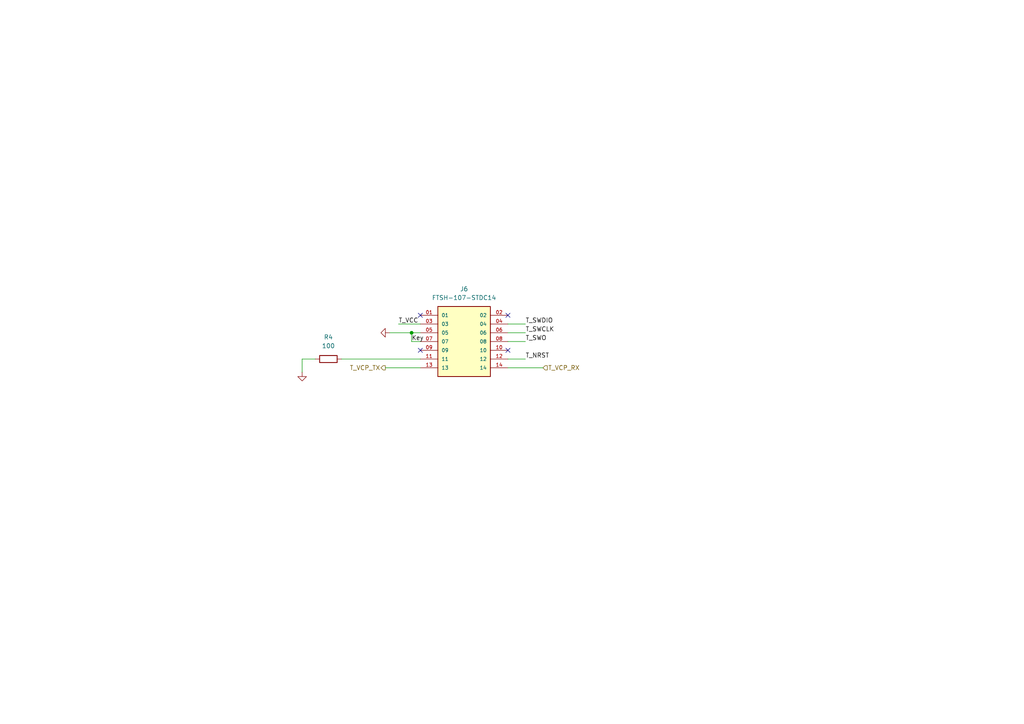
<source format=kicad_sch>
(kicad_sch (version 20250114) (generator "eeschema") (generator_version "9.0")
  (paper "A4")
  (lib_symbols
    (symbol "Device:R" (pin_numbers (hide yes)) (pin_names (offset 0))
      (property "Reference" "R" (at 2.032 0 90))
      (property "Value" "R" (at 0 0 90))
      (symbol "R_0_1"
        (rectangle (start -1.016 -2.54) (end 1.016 2.54) (stroke (width 0.254)))
      )
      (symbol "R_1_1"
        (pin passive line (at 0 3.81 270) (length 1.27) (name "~") (number "1"))
        (pin passive line (at 0 -3.81 90) (length 1.27) (name "~") (number "2"))
      )
    )
    (symbol "aerolotl_custom:FTSH-107-STDC14" (pin_names (offset 1.016))
      (property "Reference" "J" (at -7.62 10.16 0))
      (property "Value" "FTSH-107-STDC14" (at -7.62 -12.7 0))
      (symbol "FTSH-107-STDC14_0_0"
        (rectangle (start -7.62 -10.16) (end 7.6 10.16) (stroke (width 0.254)) (fill (type background)))
        (pin passive line (at -12.7 7.62 0) (length 5.08) (name "01") (number "01"))
        (pin passive line (at -12.7 5.08 0) (length 5.08) (name "03") (number "03"))
        (pin passive line (at -12.7 2.54 0) (length 5.08) (name "05") (number "05"))
        (pin passive line (at -12.7 0 0) (length 5.08) (name "07") (number "07"))
        (pin passive line (at -12.7 -2.54 0) (length 5.08) (name "09") (number "09"))
        (pin passive line (at -12.7 -5.08 0) (length 5.08) (name "11") (number "11"))
        (pin passive line (at -12.7 -7.62 0) (length 5.08) (name "13") (number "13"))
        (pin passive line (at 12.7 7.62 180) (length 5.08) (name "02") (number "02"))
        (pin passive line (at 12.7 5.08 180) (length 5.08) (name "04") (number "04"))
        (pin passive line (at 12.7 2.54 180) (length 5.08) (name "06") (number "06"))
        (pin passive line (at 12.7 0 180) (length 5.08) (name "08") (number "08"))
        (pin passive line (at 12.7 -2.54 180) (length 5.08) (name "10") (number "10"))
        (pin passive line (at 12.7 -5.08 180) (length 5.08) (name "12") (number "12"))
        (pin passive line (at 12.7 -7.62 180) (length 5.08) (name "14") (number "14"))
      )
    )
    (symbol "power:GND" (power) (pin_numbers (hide yes)) (pin_names (offset 0) (hide yes))
      (property "Value" "GND" (at 0 -3.81 0))
      (symbol "GND_0_1"
        (polyline (pts (xy 0 0) (xy 0 -1.27) (xy 1.27 -1.27) (xy 0 -2.54) (xy -1.27 -1.27) (xy 0 -1.27)))
      )
      (symbol "GND_1_1"
        (pin power_in line (at 0 0 270) (length 0) (name "~") (number "1"))
      )
    )
  )
  (junction (at 119.38 96.52))
  (no_connect (at 147.32 101.6))
  (no_connect (at 121.92 91.44))
  (no_connect (at 121.92 101.6))
  (no_connect (at 147.32 91.44))
  (wire (pts (xy 147.32 106.68) (xy 157.48 106.68)))
  (wire (pts (xy 115.57 93.98) (xy 121.92 93.98)))
  (wire (pts (xy 91.44 104.14) (xy 87.63 104.14)))
  (wire (pts (xy 147.32 93.98) (xy 152.4 93.98)))
  (wire (pts (xy 119.38 99.06) (xy 119.38 96.52)))
  (wire (pts (xy 99.06 104.14) (xy 121.92 104.14)))
  (wire (pts (xy 147.32 104.14) (xy 152.4 104.14)))
  (wire (pts (xy 111.76 106.68) (xy 121.92 106.68)))
  (wire (pts (xy 119.38 96.52) (xy 121.92 96.52)))
  (wire (pts (xy 147.32 96.52) (xy 152.4 96.52)))
  (wire (pts (xy 113.03 96.52) (xy 119.38 96.52)))
  (wire (pts (xy 121.92 99.06) (xy 119.38 99.06)))
  (wire (pts (xy 147.32 99.06) (xy 152.4 99.06)))
  (wire (pts (xy 87.63 104.14) (xy 87.63 107.95)))
  (label "T_NRST" (at 152.4 104.14 0))
  (label "T_SWO" (at 152.4 99.06 0))
  (label "Key" (at 119.38 99.06 0))
  (label "T_SWDIO" (at 152.4 93.98 0))
  (label "T_SWCLK" (at 152.4 96.52 0))
  (label "T_VCC" (at 115.57 93.98 0))
  (hierarchical_label "T_VCP_RX" (shape input) (at 157.48 106.68 0))
  (hierarchical_label "T_VCP_TX" (shape output) (at 111.76 106.68 180))
  (symbol (lib_id "power:GND") (at 87.63 107.95 0) (unit 1)
    (property "Reference" "#PWR023" (effects (hide yes)))
    (property "Value" "GND" (effects (hide yes)))
    (property "Description" "Power symbol creates a global label with name \"GND\" , ground" (effects (hide yes)))
  )
  (symbol (lib_id "Device:R") (at 95.25 104.14 90) (unit 1)
    (property "Reference" "R4" (at 95.25 97.79 90))
    (property "Value" "100" (at 95.25 100.33 90))
    (property "Description" "Resistor" (effects (hide yes)))
  )
  (symbol (lib_id "aerolotl_custom:FTSH-107-STDC14") (at 134.62 99.06 0) (unit 1)
    (property "Reference" "J6" (at 134.61 83.82 0))
    (property "Value" "FTSH-107-STDC14" (at 134.61 86.36 0))
    (property "Footprint" "aerolotl_custom:SAMTEC_FTSH-107-01-L-DV-K-A" (effects (hide yes)))
    (property "PARTREV" "H" (effects (hide yes)))
    (property "STANDARD" "Manufacturer Recommendation" (effects (hide yes)))
    (property "MAXIMUM_PACKAGE_HEIGHT" "6.23mm" (effects (hide yes)))
    (property "MANUFACTURER" "Samtec" (effects (hide yes)))
  )
  (symbol (lib_id "power:GND") (at 113.03 96.52 270) (unit 1)
    (property "Reference" "#PWR022" (effects (hide yes)))
    (property "Value" "GND" (effects (hide yes)))
    (property "Description" "Power symbol creates a global label with name \"GND\" , ground" (effects (hide yes)))
  )
)
</source>
